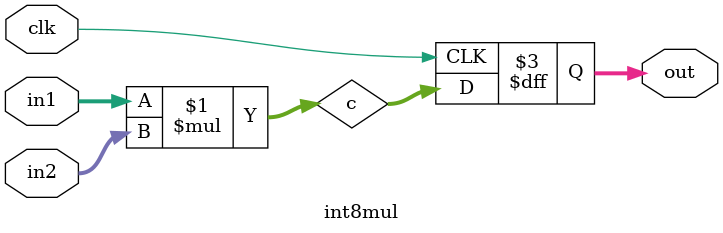
<source format=v>
`timescale 1ns / 1ps


module int8mul(
    input clk,
    input [7:0] in1, 
    input [7:0] in2,
    output reg [15:0] out
    );
    
    wire [15:0]c;
    
    assign c=in1*in2;
    
    always @ (posedge clk)
        begin                                             
             out <= c;    
        end     
    
    
endmodule

</source>
